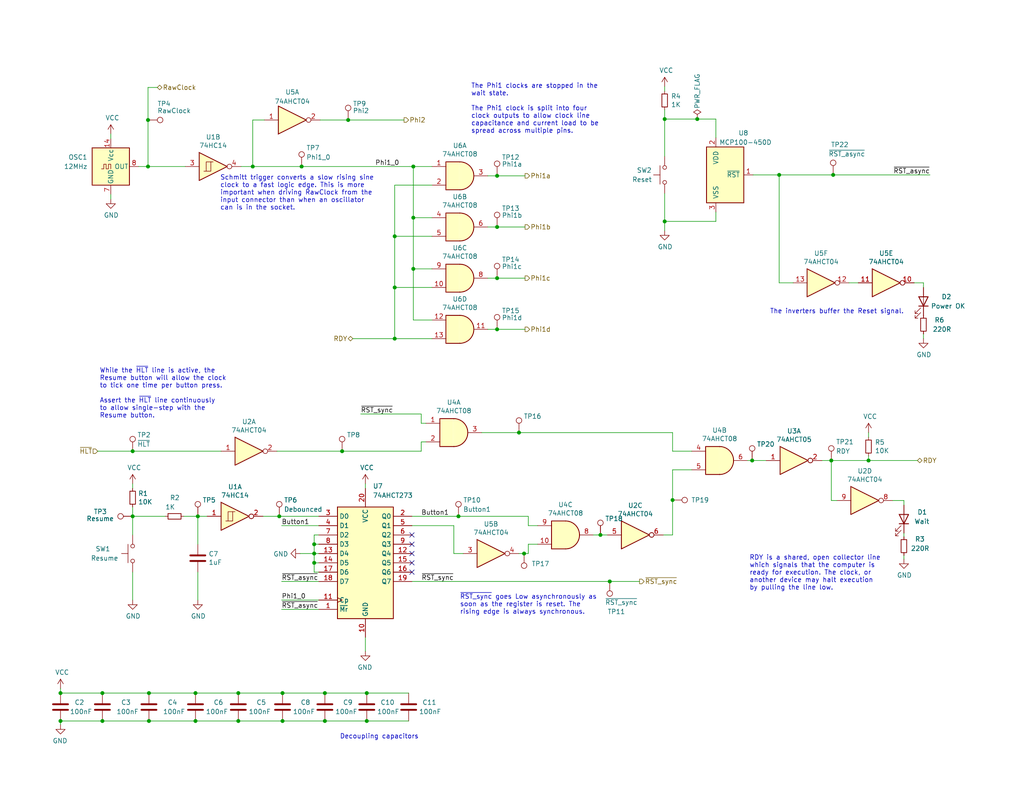
<source format=kicad_sch>
(kicad_sch (version 20211123) (generator eeschema)
  (paper "USLetter")
  (title_block (title "Turtle16: Clock") (date "2022-04-09") (rev "Rev A (d0190c1d)"))
  (junction (at 36.83 285.242))
  (junction (at 77.089 196.85))
  (junction (at 16.51 196.85))
  (junction (at 76.2 140.97))
  (junction (at 100.076 189.23))
  (junction (at 72.39 262.382))
  (junction (at 152.4 260.604))
  (junction (at 36.83 259.842))
  (junction (at 88.646 189.23))
  (junction (at 193.167 290.576))
  (junction (at 135.636 75.946))
  (junction (at 232.41 273.812))
  (junction (at 16.51 189.23))
  (junction (at 36.83 272.542))
  (junction (at 232.41 287.782))
  (junction (at 205.232 125.73))
  (junction (at 152.4 287.782))
  (junction (at 85.725 153.67))
  (junction (at 181.356 60.452))
  (junction (at 82.296 45.466))
  (junction (at 135.636 48.006))
  (junction (at 236.982 125.73))
  (junction (at 65.024 189.23))
  (junction (at 85.725 151.13))
  (junction (at 36.195 123.19))
  (junction (at 107.696 92.456))
  (junction (at 135.636 89.916))
  (junction (at 72.39 289.052))
  (junction (at 72.39 249.682))
  (junction (at 163.83 146.05))
  (junction (at 40.386 32.766))
  (junction (at 166.37 158.75))
  (junction (at 68.961 45.466))
  (junction (at 152.4 273.812))
  (junction (at 183.515 136.525))
  (junction (at 125.095 140.97))
  (junction (at 53.975 140.97))
  (junction (at 94.996 32.766))
  (junction (at 36.195 140.97))
  (junction (at 112.776 59.436))
  (junction (at 53.34 189.23))
  (junction (at 77.089 189.23))
  (junction (at 27.94 196.85))
  (junction (at 193.167 285.496))
  (junction (at 40.386 45.466))
  (junction (at 135.636 61.976))
  (junction (at 212.598 47.752))
  (junction (at 27.94 189.23))
  (junction (at 53.34 196.85))
  (junction (at 112.776 73.406))
  (junction (at 190.246 32.512))
  (junction (at 40.64 196.85))
  (junction (at 181.356 32.512))
  (junction (at 143.002 151.13))
  (junction (at 107.696 78.486))
  (junction (at 85.725 148.59))
  (junction (at 141.605 118.11))
  (junction (at 36.83 247.142))
  (junction (at 100.076 196.85))
  (junction (at 72.39 276.352))
  (junction (at 112.776 45.466))
  (junction (at 88.646 196.85))
  (junction (at 227.33 47.752))
  (junction (at 65.024 196.85))
  (junction (at 226.822 125.73))
  (junction (at 93.345 123.19))
  (junction (at 72.39 236.982))
  (junction (at 107.696 64.516))
  (junction (at 40.64 189.23))
  (no_connect (at 53.34 272.542))
  (no_connect (at 53.34 247.142))
  (no_connect (at 211.963 288.036))
  (no_connect (at 168.91 273.812))
  (no_connect (at 87.63 276.352))
  (no_connect (at 168.91 287.782))
  (no_connect (at 112.395 148.59))
  (no_connect (at 168.656 260.604))
  (no_connect (at 112.395 146.05))
  (no_connect (at 112.395 156.21))
  (no_connect (at 112.395 153.67))
  (no_connect (at 53.34 285.242))
  (no_connect (at 87.63 249.682))
  (no_connect (at 87.63 236.982))
  (no_connect (at 87.63 289.052))
  (no_connect (at 249.682 287.782))
  (no_connect (at 249.428 273.812))
  (no_connect (at 87.63 262.382))
  (no_connect (at 53.34 259.842))
  (no_connect (at 112.395 151.13))
  (wire (pts (xy 26.67 123.19) (xy 36.195 123.19)))
  (wire (pts (xy 152.4 318.262) (xy 152.4 322.072)))
  (wire (pts (xy 135.636 89.916) (xy 143.256 89.916)))
  (wire (pts (xy 232.41 273.812) (xy 234.188 273.812)))
  (wire (pts (xy 161.925 146.05) (xy 163.83 146.05)))
  (wire (pts (xy 86.995 153.67) (xy 85.725 153.67)))
  (wire (pts (xy 77.089 196.85) (xy 88.646 196.85)))
  (wire (pts (xy 68.961 32.766) (xy 68.961 45.466)))
  (wire (pts (xy 76.835 158.75) (xy 86.995 158.75)))
  (wire (pts (xy 224.282 125.73) (xy 226.822 125.73)))
  (wire (pts (xy 228.346 136.652) (xy 226.822 136.652)))
  (wire (pts (xy 65.024 196.85) (xy 77.089 196.85)))
  (wire (pts (xy 153.67 287.782) (xy 152.4 287.782)))
  (wire (pts (xy 86.995 143.51) (xy 76.835 143.51)))
  (wire (pts (xy 112.776 73.406) (xy 112.776 59.436)))
  (wire (pts (xy 107.696 78.486) (xy 107.696 92.456)))
  (wire (pts (xy 195.326 57.912) (xy 195.326 60.452)))
  (wire (pts (xy 88.646 196.85) (xy 100.076 196.85)))
  (wire (pts (xy 72.39 276.352) (xy 72.39 289.052)))
  (wire (pts (xy 152.4 260.604) (xy 152.4 273.812)))
  (wire (pts (xy 226.822 125.73) (xy 226.822 136.652)))
  (wire (pts (xy 227.33 47.752) (xy 253.746 47.752)))
  (wire (pts (xy 36.83 285.242) (xy 36.83 294.132)))
  (wire (pts (xy 86.995 146.05) (xy 85.725 146.05)))
  (wire (pts (xy 53.34 189.23) (xy 40.64 189.23)))
  (wire (pts (xy 40.386 45.466) (xy 50.546 45.466)))
  (wire (pts (xy 181.356 60.452) (xy 195.326 60.452)))
  (wire (pts (xy 135.636 61.976) (xy 143.256 61.976)))
  (wire (pts (xy 107.696 78.486) (xy 117.856 78.486)))
  (wire (pts (xy 193.167 290.576) (xy 193.167 294.132)))
  (wire (pts (xy 72.39 226.822) (xy 72.39 236.982)))
  (wire (pts (xy 107.696 92.456) (xy 117.856 92.456)))
  (wire (pts (xy 99.695 132.08) (xy 99.695 133.35)))
  (wire (pts (xy 112.776 59.436) (xy 112.776 45.466)))
  (wire (pts (xy 107.696 64.516) (xy 117.856 64.516)))
  (wire (pts (xy 183.515 118.11) (xy 183.515 123.19)))
  (wire (pts (xy 133.096 48.006) (xy 135.636 48.006)))
  (wire (pts (xy 251.968 77.216) (xy 251.968 78.486)))
  (wire (pts (xy 232.41 319.532) (xy 232.41 320.802)))
  (wire (pts (xy 98.425 113.03) (xy 114.935 113.03)))
  (wire (pts (xy 72.39 289.052) (xy 72.39 294.132)))
  (wire (pts (xy 251.968 91.186) (xy 251.968 92.456)))
  (wire (pts (xy 190.246 32.512) (xy 195.326 32.512)))
  (wire (pts (xy 123.825 143.51) (xy 123.825 151.13)))
  (wire (pts (xy 82.296 45.466) (xy 112.776 45.466)))
  (wire (pts (xy 68.961 45.466) (xy 65.786 45.466)))
  (wire (pts (xy 183.515 146.05) (xy 183.515 136.525)))
  (wire (pts (xy 63.5 310.642) (xy 63.5 311.912)))
  (wire (pts (xy 111.76 318.262) (xy 111.76 322.072)))
  (wire (pts (xy 88.646 189.23) (xy 77.089 189.23)))
  (wire (pts (xy 36.83 236.982) (xy 36.83 247.142)))
  (wire (pts (xy 85.725 148.59) (xy 85.725 151.13)))
  (wire (pts (xy 144.145 140.97) (xy 144.145 143.51)))
  (wire (pts (xy 85.725 153.67) (xy 85.725 156.21)))
  (wire (pts (xy 152.4 250.444) (xy 152.4 260.604)))
  (wire (pts (xy 153.67 273.812) (xy 152.4 273.812)))
  (wire (pts (xy 36.195 156.21) (xy 36.195 163.83)))
  (wire (pts (xy 144.145 148.59) (xy 146.685 148.59)))
  (wire (pts (xy 193.167 319.532) (xy 193.167 320.802)))
  (wire (pts (xy 72.136 32.766) (xy 68.961 32.766)))
  (wire (pts (xy 40.64 196.85) (xy 53.34 196.85)))
  (wire (pts (xy 234.188 77.216) (xy 231.648 77.216)))
  (wire (pts (xy 50.165 140.97) (xy 53.975 140.97)))
  (wire (pts (xy 53.975 140.97) (xy 56.515 140.97)))
  (wire (pts (xy 195.326 32.512) (xy 195.326 37.592)))
  (wire (pts (xy 76.835 166.37) (xy 86.995 166.37)))
  (wire (pts (xy 246.634 151.638) (xy 246.634 152.654)))
  (wire (pts (xy 205.232 125.73) (xy 209.042 125.73)))
  (wire (pts (xy 86.995 140.97) (xy 76.2 140.97)))
  (wire (pts (xy 38.1 259.842) (xy 36.83 259.842)))
  (wire (pts (xy 236.982 118.11) (xy 236.982 119.38)))
  (wire (pts (xy 183.515 128.27) (xy 188.722 128.27)))
  (wire (pts (xy 72.39 262.382) (xy 72.39 276.352)))
  (wire (pts (xy 112.395 143.51) (xy 123.825 143.51)))
  (wire (pts (xy 85.725 156.21) (xy 86.995 156.21)))
  (wire (pts (xy 232.41 287.782) (xy 232.41 294.132)))
  (wire (pts (xy 36.83 259.842) (xy 36.83 272.542)))
  (wire (pts (xy 193.167 290.576) (xy 196.723 290.576)))
  (wire (pts (xy 232.41 273.812) (xy 232.41 287.782)))
  (wire (pts (xy 86.995 163.83) (xy 76.835 163.83)))
  (wire (pts (xy 72.39 319.532) (xy 72.39 323.342)))
  (wire (pts (xy 193.167 277.368) (xy 193.167 285.496)))
  (wire (pts (xy 93.345 123.19) (xy 114.935 123.19)))
  (wire (pts (xy 117.856 73.406) (xy 112.776 73.406)))
  (wire (pts (xy 40.64 189.23) (xy 27.94 189.23)))
  (wire (pts (xy 141.605 151.13) (xy 143.002 151.13)))
  (wire (pts (xy 30.226 53.086) (xy 30.226 54.356)))
  (wire (pts (xy 36.83 247.142) (xy 36.83 259.842)))
  (wire (pts (xy 117.856 59.436) (xy 112.776 59.436)))
  (wire (pts (xy 86.995 151.13) (xy 85.725 151.13)))
  (wire (pts (xy 16.51 196.85) (xy 16.51 197.866)))
  (wire (pts (xy 144.145 151.13) (xy 144.145 148.59)))
  (wire (pts (xy 133.096 89.916) (xy 135.636 89.916)))
  (wire (pts (xy 181.356 52.832) (xy 181.356 60.452)))
  (wire (pts (xy 114.935 115.57) (xy 116.205 115.57)))
  (wire (pts (xy 144.145 143.51) (xy 146.685 143.51)))
  (wire (pts (xy 212.598 47.752) (xy 227.33 47.752)))
  (wire (pts (xy 133.096 61.976) (xy 135.636 61.976)))
  (wire (pts (xy 107.696 50.546) (xy 107.696 64.516)))
  (wire (pts (xy 107.696 64.516) (xy 107.696 78.486)))
  (wire (pts (xy 27.94 189.23) (xy 16.51 189.23)))
  (wire (pts (xy 96.266 92.456) (xy 107.696 92.456)))
  (wire (pts (xy 193.167 285.496) (xy 196.723 285.496)))
  (wire (pts (xy 203.962 125.73) (xy 205.232 125.73)))
  (wire (pts (xy 87.376 32.766) (xy 94.996 32.766)))
  (wire (pts (xy 114.935 113.03) (xy 114.935 115.57)))
  (wire (pts (xy 212.598 47.752) (xy 212.598 77.216)))
  (wire (pts (xy 183.515 123.19) (xy 188.722 123.19)))
  (wire (pts (xy 38.1 285.242) (xy 36.83 285.242)))
  (wire (pts (xy 112.395 140.97) (xy 125.095 140.97)))
  (wire (pts (xy 183.515 136.525) (xy 183.515 128.27)))
  (wire (pts (xy 36.195 138.43) (xy 36.195 140.97)))
  (wire (pts (xy 36.83 319.532) (xy 36.83 323.342)))
  (wire (pts (xy 163.83 146.05) (xy 165.735 146.05)))
  (wire (pts (xy 143.002 151.13) (xy 144.145 151.13)))
  (wire (pts (xy 16.51 189.23) (xy 16.51 187.96)))
  (wire (pts (xy 75.565 123.19) (xy 93.345 123.19)))
  (wire (pts (xy 133.096 75.946) (xy 135.636 75.946)))
  (wire (pts (xy 232.41 287.782) (xy 234.442 287.782)))
  (wire (pts (xy 112.395 158.75) (xy 166.37 158.75)))
  (wire (pts (xy 123.825 151.13) (xy 126.365 151.13)))
  (wire (pts (xy 38.1 247.142) (xy 36.83 247.142)))
  (wire (pts (xy 181.356 29.972) (xy 181.356 32.512)))
  (wire (pts (xy 152.4 273.812) (xy 152.4 287.782)))
  (wire (pts (xy 131.445 118.11) (xy 141.605 118.11)))
  (wire (pts (xy 100.076 189.23) (xy 111.506 189.23)))
  (wire (pts (xy 135.636 75.946) (xy 143.256 75.946)))
  (wire (pts (xy 181.356 32.512) (xy 190.246 32.512)))
  (wire (pts (xy 53.975 156.21) (xy 53.975 163.83)))
  (wire (pts (xy 37.846 45.466) (xy 40.386 45.466)))
  (wire (pts (xy 251.968 77.216) (xy 249.428 77.216)))
  (wire (pts (xy 205.486 47.752) (xy 212.598 47.752)))
  (wire (pts (xy 72.39 236.982) (xy 72.39 249.682)))
  (wire (pts (xy 85.725 151.13) (xy 81.915 151.13)))
  (wire (pts (xy 193.167 285.496) (xy 193.167 290.576)))
  (wire (pts (xy 40.386 32.766) (xy 40.386 45.466)))
  (wire (pts (xy 100.076 189.23) (xy 88.646 189.23)))
  (wire (pts (xy 226.822 125.73) (xy 236.982 125.73)))
  (wire (pts (xy 76.2 140.97) (xy 71.755 140.97)))
  (wire (pts (xy 135.636 48.006) (xy 143.256 48.006)))
  (wire (pts (xy 236.982 125.73) (xy 250.317 125.73)))
  (wire (pts (xy 85.725 146.05) (xy 85.725 148.59)))
  (wire (pts (xy 53.34 189.23) (xy 65.024 189.23)))
  (wire (pts (xy 40.386 23.876) (xy 40.386 32.766)))
  (wire (pts (xy 63.5 301.752) (xy 63.5 303.022)))
  (wire (pts (xy 152.4 260.604) (xy 153.416 260.604)))
  (wire (pts (xy 112.776 45.466) (xy 117.856 45.466)))
  (wire (pts (xy 100.076 196.85) (xy 111.506 196.85)))
  (wire (pts (xy 125.095 140.97) (xy 144.145 140.97)))
  (wire (pts (xy 99.695 173.99) (xy 99.695 177.8)))
  (wire (pts (xy 181.356 32.512) (xy 181.356 42.672)))
  (wire (pts (xy 112.776 73.406) (xy 112.776 87.376)))
  (wire (pts (xy 77.089 189.23) (xy 65.024 189.23)))
  (wire (pts (xy 53.975 148.59) (xy 53.975 140.97)))
  (wire (pts (xy 53.34 196.85) (xy 65.024 196.85)))
  (wire (pts (xy 117.856 50.546) (xy 107.696 50.546)))
  (wire (pts (xy 114.935 120.65) (xy 116.205 120.65)))
  (wire (pts (xy 246.634 145.542) (xy 246.634 146.558)))
  (wire (pts (xy 181.356 60.452) (xy 181.356 62.992)))
  (wire (pts (xy 112.776 87.376) (xy 117.856 87.376)))
  (wire (pts (xy 236.982 124.46) (xy 236.982 125.73)))
  (wire (pts (xy 86.995 148.59) (xy 85.725 148.59)))
  (wire (pts (xy 27.94 196.85) (xy 40.64 196.85)))
  (wire (pts (xy 181.356 23.622) (xy 181.356 24.892)))
  (wire (pts (xy 180.975 146.05) (xy 183.515 146.05)))
  (wire (pts (xy 111.76 290.322) (xy 111.76 292.862)))
  (wire (pts (xy 94.996 32.766) (xy 110.236 32.766)))
  (wire (pts (xy 38.1 272.542) (xy 36.83 272.542)))
  (wire (pts (xy 45.085 140.97) (xy 36.195 140.97)))
  (wire (pts (xy 152.4 287.782) (xy 152.4 292.862)))
  (wire (pts (xy 36.195 140.97) (xy 36.195 146.05)))
  (wire (pts (xy 16.51 196.85) (xy 27.94 196.85)))
  (wire (pts (xy 72.39 249.682) (xy 72.39 262.382)))
  (wire (pts (xy 42.926 23.876) (xy 40.386 23.876)))
  (wire (pts (xy 212.598 77.216) (xy 216.408 77.216)))
  (wire (pts (xy 68.961 45.466) (xy 82.296 45.466)))
  (wire (pts (xy 36.195 132.08) (xy 36.195 133.35)))
  (wire (pts (xy 85.725 151.13) (xy 85.725 153.67)))
  (wire (pts (xy 36.83 272.542) (xy 36.83 285.242)))
  (wire (pts (xy 246.634 136.652) (xy 246.634 137.922)))
  (wire (pts (xy 141.605 118.11) (xy 183.515 118.11)))
  (wire (pts (xy 36.195 123.19) (xy 60.325 123.19)))
  (wire (pts (xy 114.935 123.19) (xy 114.935 120.65)))
  (wire (pts (xy 243.586 136.652) (xy 246.634 136.652)))
  (wire (pts (xy 174.498 158.75) (xy 166.37 158.75)))
  (wire (pts (xy 30.226 36.576) (xy 30.226 37.846)))
  (wire (pts (xy 232.41 264.414) (xy 232.41 273.812)))
  (text "~{RST_sync} goes Low asynchronously as\nsoon as the register is reset. The\nrising edge is always synchronous." (at 125.476 167.894 0) (effects (font (size 1.27 1.27)) (justify left bottom)))
  (text "RDY is a shared, open collector line\nwhich signals that the computer is\nready for execution. The clock, or\nanother device may halt execution\nby pulling the line low." (at 204.47 161.29 0) (effects (font (size 1.27 1.27)) (justify left bottom)))
  (text "The Phi1 clocks are stopped in the\nwait state.\n\nThe Phi1 clock is split into four\nclock outputs to allow clock line\ncapacitance and current load to be\nspread across multiple pins." (at 128.524 36.576 0) (effects (font (size 1.27 1.27)) (justify left bottom)))
  (text "The inverters buffer the Reset signal." (at 210.058 85.852 0) (effects (font (size 1.27 1.27)) (justify left bottom)))
  (text "Schmitt trigger converts a slow rising sine\nclock to a fast logic edge. This is more\nimportant when driving RawClock from the\ninput connector than when an oscillator\ncan is in the socket." (at 60.071 57.531 0) (effects (font (size 1.27 1.27)) (justify left bottom)))
  (text "Unused devices" (at 99.695 254.127 0) (effects (font (size 1.27 1.27)) (justify left bottom)))
  (text "While the ~{HLT} line is active, the\nResume button will allow the clock\nto tick one time per button press.\n\nAssert the ~{HLT} line continuously\nto allow single-step with the\nResume button." (at 27.178 114.3 0) (effects (font (size 1.27 1.27)) (justify left bottom)))
  (text "Decoupling capacitors" (at 92.71 201.93 0) (effects (font (size 1.27 1.27)) (justify left bottom)))
  (label "~{RST_async}" (at 76.835 158.75 0))
  (label "~{RST_sync}" (at 98.425 113.03 0))
  (label "~{RST_async}" (at 253.746 47.752 180))
  (label "Button1" (at 76.835 143.51 0))
  (label "~{RST_sync}" (at 123.825 158.75 180))
  (label "~{RST_async}" (at 76.835 166.37 0))
  (label "Phi1_0" (at 108.966 45.466 180))
  (label "Button1" (at 114.935 140.97 0))
  (label "Phi1_0" (at 76.835 163.83 0))
  (hierarchical_label "Phi1d" (shape output) (at 143.256 89.916 0))
  (hierarchical_label "Phi1a" (shape output) (at 143.256 48.006 0))
  (hierarchical_label "Phi1b" (shape output) (at 143.256 61.976 0))
  (hierarchical_label "RDY" (shape tri_state) (at 250.317 125.73 0))
  (hierarchical_label "~{RST_sync}" (shape output) (at 174.498 158.75 0))
  (hierarchical_label "RawClock" (shape bidirectional) (at 42.926 23.876 0))
  (hierarchical_label "Phi1c" (shape output) (at 143.256 75.946 0))
  (hierarchical_label "~{HLT}" (shape input) (at 26.67 123.19 180))
  (hierarchical_label "RDY" (shape tri_state) (at 96.266 92.456 180))
  (hierarchical_label "Phi2" (shape output) (at 110.236 32.766 0))
  (symbol (lib_id "Device:C") (at 53.34 193.04 0) (mirror y) (unit 1)
    (property "Reference" "C6" (at 60.96 191.77 0) (effects (justify left)))
    (property "Value" "100nF" (at 62.23 194.31 0) (effects (justify left)))
    (property "Footprint" "Capacitor_SMD:C_0603_1608Metric_Pad1.08x0.95mm_HandSolder" (effects hide))
    (property "Mouser" "https://www.mouser.com/ProductDetail/963-EMK107B7104KAHT" (effects hide))
  )
  (symbol (lib_id "74xx:74LS08") (at 154.305 146.05 0) (unit 3)
    (property "Reference" "U4" (at 154.305 137.795 0))
    (property "Value" "74AHCT08" (at 154.305 140.1064 0))
    (property "Footprint" "Package_SO:TSSOP-14_4.4x5mm_P0.65mm" (effects hide))
    (property "Datasheet" "http://www.ti.com/lit/gpn/sn74LS08" (effects hide))
    (property "Mouser" "https://www.mouser.com/ProductDetail/595-SN74AHCT08PW" (effects hide))
  )
  (symbol (lib_id "power:GND") (at 251.968 92.456 0) (unit 1)
    (property "Reference" "#PWR037" (effects hide))
    (property "Value" "GND" (at 252.095 96.8502 0))
  )
  (symbol (lib_id "74xx:74LS08") (at 123.825 118.11 0) (unit 1)
    (property "Reference" "U4" (at 123.825 109.855 0))
    (property "Value" "74AHCT08" (at 123.825 112.1664 0))
    (property "Footprint" "Package_SO:TSSOP-14_4.4x5mm_P0.65mm" (effects hide))
    (property "Datasheet" "http://www.ti.com/lit/gpn/sn74LS08" (effects hide))
    (property "Mouser" "https://www.mouser.com/ProductDetail/595-SN74AHCT08PW" (effects hide))
  )
  (symbol (lib_id "Connector:TestPoint") (at 36.195 140.97 90) (unit 1)
    (property "Reference" "TP3" (at 29.21 139.7 90) (effects (justify left)))
    (property "Value" "Resume" (at 31.115 141.605 90) (effects (justify left)))
    (property "Footprint" "TestPoint:TestPoint_Pad_D1.0mm" (effects hide))
  )
  (symbol (lib_id "power:GND") (at 36.195 163.83 0) (unit 1)
    (property "Reference" "#PWR016" (effects hide))
    (property "Value" "GND" (at 36.322 168.2242 0))
  )
  (symbol (lib_id "Device:C") (at 27.94 193.04 0) (unit 1)
    (property "Reference" "C3" (at 33.02 191.77 0) (effects (justify left)))
    (property "Value" "100nF" (at 31.75 194.31 0) (effects (justify left)))
    (property "Footprint" "Capacitor_SMD:C_0603_1608Metric_Pad1.08x0.95mm_HandSolder" (effects hide))
    (property "Mouser" "https://www.mouser.com/ProductDetail/963-EMK107B7104KAHT" (effects hide))
  )
  (symbol (lib_id "Device:C") (at 65.024 193.04 0) (mirror y) (unit 1)
    (property "Reference" "C5" (at 72.644 191.77 0) (effects (justify left)))
    (property "Value" "100nF" (at 73.914 194.31 0) (effects (justify left)))
    (property "Footprint" "Capacitor_SMD:C_0603_1608Metric_Pad1.08x0.95mm_HandSolder" (effects hide))
    (property "Mouser" "https://www.mouser.com/ProductDetail/963-EMK107B7104KAHT" (effects hide))
  )
  (symbol (lib_id "power:VCC") (at 63.5 301.752 0) (unit 1)
    (property "Reference" "#PWR017" (effects hide))
    (property "Value" "VCC" (at 63.9318 297.3578 0))
  )
  (symbol (lib_id "74xx:74LS04") (at 67.945 123.19 0) (unit 1)
    (property "Reference" "U2" (at 67.945 115.1382 0))
    (property "Value" "74AHCT04" (at 67.945 117.4496 0))
    (property "Footprint" "Package_SO:TSSOP-14_4.4x5mm_P0.65mm" (effects hide))
    (property "Datasheet" "http://www.ti.com/lit/gpn/sn74LS04" (effects hide))
    (property "Mouser" "https://www.mouser.com/ProductDetail/771-AHCT04PW112" (effects hide))
  )
  (symbol (lib_id "Oscillator:ACO-xxxMHz") (at 30.226 45.466 0) (unit 1)
    (property "Reference" "OSC1" (at 23.876 42.926 0) (effects (justify right)))
    (property "Value" "12MHz" (at 23.876 45.466 0) (effects (justify right)))
    (property "Footprint" "Oscillator:Oscillator_DIP-14" (effects hide))
    (property "Datasheet" "http://www.conwin.com/datasheets/cx/cx030.pdf" (effects hide))
    (property "Mouser" "https://www.mouser.com/ProductDetail/ABRACON/ACO-12000MHZ-EK?qs=2xLVn2jvFuvTNNmW6JUIaw%3D%3D" (effects hide))
    (property "Mouser2" "https://www.mouser.com/ProductDetail/535-1107741" (effects hide))
  )
  (symbol (lib_id "74xx:74HC14") (at 58.166 45.466 0) (unit 2)
    (property "Reference" "U1" (at 58.166 37.4142 0))
    (property "Value" "74HC14" (at 58.166 39.7256 0))
    (property "Footprint" "Package_SO:TSSOP-14_4.4x5mm_P0.65mm" (effects hide))
    (property "Datasheet" "http://www.ti.com/lit/gpn/sn74HC14" (effects hide))
    (property "Mouser" "https://www.mouser.com/ProductDetail/Nexperia/74HC14PW118?qs=P62ublwmbi%2FKty8FZICmNg%3D%3D" (effects hide))
  )
  (symbol (lib_id "Connector:TestPoint") (at 36.195 123.19 0) (unit 1)
    (property "Reference" "TP2" (at 37.465 118.745 0) (effects (justify left)))
    (property "Value" "~{HLT}" (at 37.465 121.285 0) (effects (justify left)))
    (property "Footprint" "TestPoint:TestPoint_Pad_D1.0mm" (effects hide))
  )
  (symbol (lib_id "74xx:74LS08") (at 125.476 75.946 0) (unit 3)
    (property "Reference" "U6" (at 125.476 67.691 0))
    (property "Value" "74AHCT08" (at 125.476 70.0024 0))
    (property "Footprint" "Package_SO:TSSOP-14_4.4x5mm_P0.65mm" (effects hide))
    (property "Datasheet" "http://www.ti.com/lit/gpn/sn74LS08" (effects hide))
    (property "Mouser" "https://www.mouser.com/ProductDetail/595-SN74AHCT08PW" (effects hide))
  )
  (symbol (lib_id "Power_Supervisor:MCP100-450D") (at 197.866 47.752 0) (unit 1)
    (property "Reference" "U8" (at 204.216 36.322 0) (effects (justify right)))
    (property "Value" "MCP100-450D" (at 210.566 38.862 0) (effects (justify right)))
    (property "Footprint" "Package_TO_SOT_THT:TO-92" (effects hide))
    (property "Datasheet" "http://ww1.microchip.com/downloads/en/DeviceDoc/11187f.pdf" (effects hide))
    (property "Mouser" "https://www.mouser.com/ProductDetail/Microchip-Technology/MCP100-450DI-TO?qs=wJ05WdDZ4qSqHToh7J2ZpQ%3D%3D" (effects hide))
  )
  (symbol (lib_id "Connector:TestPoint") (at 141.605 118.11 0) (unit 1)
    (property "Reference" "TP16" (at 142.875 113.665 0) (effects (justify left)))
    (property "Value" "TP" (effects hide))
    (property "Footprint" "TestPoint:TestPoint_Pad_D1.0mm" (effects hide))
  )
  (symbol (lib_id "74xx:74LS08") (at 204.343 288.036 0) (unit 4)
    (property "Reference" "U4" (at 204.343 279.781 0))
    (property "Value" "74AHCT08" (at 204.343 282.0924 0))
    (property "Footprint" "Package_SO:TSSOP-14_4.4x5mm_P0.65mm" (effects hide))
    (property "Datasheet" "http://www.ti.com/lit/gpn/sn74LS08" (effects hide))
    (property "Mouser" "https://www.mouser.com/ProductDetail/595-SN74AHCT08PW" (effects hide))
  )
  (symbol (lib_id "Connector:TestPoint") (at 125.095 140.97 0) (unit 1)
    (property "Reference" "TP10" (at 126.365 136.525 0) (effects (justify left)))
    (property "Value" "Button1" (at 126.365 139.065 0) (effects (justify left)))
    (property "Footprint" "TestPoint:TestPoint_Pad_D1.0mm" (effects hide))
  )
  (symbol (lib_id "74xx:74LS04") (at 152.4 305.562 0) (unit 7)
    (property "Reference" "U2" (at 163.83 303.022 0))
    (property "Value" "74AHCT04" (at 163.83 305.562 0))
    (property "Footprint" "Package_SO:TSSOP-14_4.4x5mm_P0.65mm" (effects hide))
    (property "Datasheet" "http://www.ti.com/lit/gpn/sn74LS04" (effects hide))
    (property "Mouser" "https://www.mouser.com/ProductDetail/771-AHCT04PW112" (effects hide))
  )
  (symbol (lib_id "Device:R_Small") (at 251.968 88.646 0) (mirror y) (unit 1)
    (property "Reference" "R6" (at 257.683 87.376 0) (effects (justify left)))
    (property "Value" "220R" (at 259.588 89.916 0) (effects (justify left)))
    (property "Footprint" "Resistor_SMD:R_0603_1608Metric_Pad0.98x0.95mm_HandSolder" (effects hide))
    (property "Mouser" "https://www.mouser.com/ProductDetail/652-CR0603FX-2200ELF" (effects hide))
  )
  (symbol (lib_id "Connector:TestPoint") (at 227.33 47.752 0) (unit 1)
    (property "Reference" "TP22" (at 226.695 39.497 0) (effects (justify left)))
    (property "Value" "~{RST_async}" (at 226.06 42.037 0) (effects (justify left)))
    (property "Footprint" "TestPoint:TestPoint_Pad_D1.0mm" (effects hide))
  )
  (symbol (lib_id "74xx:74HC14") (at 36.83 306.832 0) (unit 7)
    (property "Reference" "U1" (at 42.672 305.6636 0) (effects (justify left)))
    (property "Value" "74HC14" (at 42.672 307.975 0) (effects (justify left)))
    (property "Footprint" "Package_SO:TSSOP-14_4.4x5mm_P0.65mm" (effects hide))
    (property "Datasheet" "http://www.ti.com/lit/gpn/sn74HC14" (effects hide))
    (property "Mouser" "https://www.mouser.com/ProductDetail/Nexperia/74HC14PW118?qs=P62ublwmbi%2FKty8FZICmNg%3D%3D" (effects hide))
  )
  (symbol (lib_id "74xx:74LS04") (at 235.966 136.652 0) (unit 4)
    (property "Reference" "U2" (at 235.966 128.6002 0))
    (property "Value" "74AHCT04" (at 235.966 130.9116 0))
    (property "Footprint" "Package_SO:TSSOP-14_4.4x5mm_P0.65mm" (effects hide))
    (property "Datasheet" "http://www.ti.com/lit/gpn/sn74LS04" (effects hide))
    (property "Mouser" "https://www.mouser.com/ProductDetail/771-AHCT04PW112" (effects hide))
  )
  (symbol (lib_id "74xx:74LS05") (at 80.01 236.982 0) (unit 2)
    (property "Reference" "U3" (at 80.01 228.9302 0))
    (property "Value" "74AHCT05" (at 80.01 231.2416 0))
    (property "Footprint" "Package_SO:TSSOP-14_4.4x5mm_P0.65mm" (effects hide))
    (property "Datasheet" "http://www.ti.com/lit/gpn/sn74LS05" (effects hide))
    (property "Mouser" "https://www.mouser.com/ProductDetail/ON-Semiconductor-Fairchild/MM74HCT05MTC?qs=7qg%2FUSZkK84HVNk73cLWQw%3D%3D" (effects hide))
  )
  (symbol (lib_id "Connector:TestPoint") (at 205.232 125.73 0) (unit 1)
    (property "Reference" "TP20" (at 206.502 121.285 0) (effects (justify left)))
    (property "Value" "TP" (effects hide))
    (property "Footprint" "TestPoint:TestPoint_Pad_D1.0mm" (effects hide))
  )
  (symbol (lib_id "Connector:TestPoint") (at 183.515 136.525 270) (unit 1)
    (property "Reference" "TP19" (at 188.595 136.525 90) (effects (justify left)))
    (property "Value" "TP" (effects hide))
    (property "Footprint" "TestPoint:TestPoint_Pad_D1.0mm" (effects hide))
  )
  (symbol (lib_id "power:GND") (at 63.5 311.912 0) (unit 1)
    (property "Reference" "#PWR018" (effects hide))
    (property "Value" "GND" (at 63.627 316.3062 0))
  )
  (symbol (lib_id "Connector:TestPoint") (at 166.37 158.75 0) (mirror x) (unit 1)
    (property "Reference" "TP11" (at 165.735 167.005 0) (effects (justify left)))
    (property "Value" "~{RST_sync}" (at 165.1 164.465 0) (effects (justify left)))
    (property "Footprint" "TestPoint:TestPoint_Pad_D1.0mm" (effects hide))
  )
  (symbol (lib_id "power:VCC") (at 111.76 290.322 0) (unit 1)
    (property "Reference" "#PWR024" (effects hide))
    (property "Value" "VCC" (at 112.1918 285.9278 0))
  )
  (symbol (lib_id "Connector:TestPoint") (at 53.975 140.97 0) (unit 1)
    (property "Reference" "TP5" (at 55.245 136.525 0) (effects (justify left)))
    (property "Value" "TP" (effects hide))
    (property "Footprint" "TestPoint:TestPoint_Pad_D1.0mm" (effects hide))
  )
  (symbol (lib_id "74xx:74LS08") (at 196.342 125.73 0) (unit 2)
    (property "Reference" "U4" (at 196.342 117.475 0))
    (property "Value" "74AHCT08" (at 196.342 119.7864 0))
    (property "Footprint" "Package_SO:TSSOP-14_4.4x5mm_P0.65mm" (effects hide))
    (property "Datasheet" "http://www.ti.com/lit/gpn/sn74LS08" (effects hide))
    (property "Mouser" "https://www.mouser.com/ProductDetail/595-SN74AHCT08PW" (effects hide))
  )
  (symbol (lib_id "power:GND") (at 36.83 323.342 0) (mirror y) (unit 1)
    (property "Reference" "#PWR012" (effects hide))
    (property "Value" "GND" (at 36.703 327.7362 0))
  )
  (symbol (lib_id "Device:C") (at 111.506 193.04 0) (mirror y) (unit 1)
    (property "Reference" "C11" (at 119.126 191.77 0) (effects (justify left)))
    (property "Value" "100nF" (at 120.396 194.31 0) (effects (justify left)))
    (property "Footprint" "Capacitor_SMD:C_0603_1608Metric_Pad1.08x0.95mm_HandSolder" (effects hide))
    (property "Mouser" "https://www.mouser.com/ProductDetail/963-EMK107B7104KAHT" (effects hide))
  )
  (symbol (lib_id "Device:R_Small") (at 236.982 121.92 0) (unit 1)
    (property "Reference" "R5" (at 238.7092 120.7516 0) (effects (justify left)))
    (property "Value" "10K" (at 238.7092 123.063 0) (effects (justify left)))
    (property "Footprint" "Resistor_SMD:R_0603_1608Metric_Pad0.98x0.95mm_HandSolder" (effects hide))
    (property "Mouser" "https://www.mouser.com/ProductDetail/652-CR0603FX-1001ELF" (effects hide))
  )
  (symbol (lib_id "power:VCC") (at 152.4 250.444 0) (unit 1)
    (property "Reference" "#PWR028" (effects hide))
    (property "Value" "VCC" (at 152.8318 246.0498 0))
  )
  (symbol (lib_id "Device:C") (at 88.646 193.04 0) (mirror y) (unit 1)
    (property "Reference" "C9" (at 96.266 191.77 0) (effects (justify left)))
    (property "Value" "100nF" (at 97.536 194.31 0) (effects (justify left)))
    (property "Footprint" "Capacitor_SMD:C_0603_1608Metric_Pad1.08x0.95mm_HandSolder" (effects hide))
    (property "Mouser" "https://www.mouser.com/ProductDetail/963-EMK107B7104KAHT" (effects hide))
  )
  (symbol (lib_id "power:GND") (at 152.4 322.072 0) (mirror y) (unit 1)
    (property "Reference" "#PWR029" (effects hide))
    (property "Value" "GND" (at 152.273 326.4662 0))
  )
  (symbol (lib_id "Connector:TestPoint") (at 93.345 123.19 0) (unit 1)
    (property "Reference" "TP8" (at 94.615 118.745 0) (effects (justify left)))
    (property "Value" "HLT" (effects hide))
    (property "Footprint" "TestPoint:TestPoint_Pad_D1.0mm" (effects hide))
  )
  (symbol (lib_id "74xx:74LS08") (at 193.167 306.832 0) (unit 5)
    (property "Reference" "U4" (at 199.517 305.562 0) (effects (justify left)))
    (property "Value" "74AHCT08" (at 199.517 308.102 0) (effects (justify left)))
    (property "Footprint" "Package_SO:TSSOP-14_4.4x5mm_P0.65mm" (effects hide))
    (property "Datasheet" "http://www.ti.com/lit/gpn/sn74LS08" (effects hide))
    (property "Mouser" "https://www.mouser.com/ProductDetail/595-SN74AHCT08PW" (effects hide))
  )
  (symbol (lib_id "power:VCC") (at 99.695 132.08 0) (unit 1)
    (property "Reference" "#PWR026" (effects hide))
    (property "Value" "VCC" (at 100.1268 127.6858 0))
  )
  (symbol (lib_id "74xx:74LS04") (at 232.41 306.832 0) (unit 7)
    (property "Reference" "U5" (at 241.3 305.562 0))
    (property "Value" "74AHCT04" (at 243.84 308.102 0))
    (property "Footprint" "Package_SO:TSSOP-14_4.4x5mm_P0.65mm" (effects hide))
    (property "Datasheet" "http://www.ti.com/lit/gpn/sn74LS04" (effects hide))
    (property "Mouser" "https://www.mouser.com/ProductDetail/771-AHCT04PW112" (effects hide))
  )
  (symbol (lib_id "Device:C") (at 100.076 193.04 0) (mirror y) (unit 1)
    (property "Reference" "C10" (at 107.696 191.77 0) (effects (justify left)))
    (property "Value" "100nF" (at 108.966 194.31 0) (effects (justify left)))
    (property "Footprint" "Capacitor_SMD:C_0603_1608Metric_Pad1.08x0.95mm_HandSolder" (effects hide))
    (property "Mouser" "https://www.mouser.com/ProductDetail/963-EMK107B7104KAHT" (effects hide))
  )
  (symbol (lib_id "74xx:74LS05") (at 216.662 125.73 0) (unit 1)
    (property "Reference" "U3" (at 216.662 117.6782 0))
    (property "Value" "74AHCT05" (at 216.662 119.9896 0))
    (property "Footprint" "Package_SO:TSSOP-14_4.4x5mm_P0.65mm" (effects hide))
    (property "Datasheet" "http://www.ti.com/lit/gpn/sn74LS05" (effects hide))
    (property "Mouser" "https://www.mouser.com/ProductDetail/ON-Semiconductor-Fairchild/MM74HCT05MTC?qs=7qg%2FUSZkK84HVNk73cLWQw%3D%3D" (effects hide))
  )
  (symbol (lib_id "Device:R_Small") (at 47.625 140.97 270) (unit 1)
    (property "Reference" "R2" (at 46.355 135.89 90) (effects (justify left)))
    (property "Value" "1K" (at 45.085 138.43 90) (effects (justify left)))
    (property "Footprint" "Resistor_SMD:R_0603_1608Metric_Pad0.98x0.95mm_HandSolder" (effects hide))
    (property "Mouser" "https://www.mouser.com/ProductDetail/652-CR0603FX-1001ELF" (effects hide))
  )
  (symbol (lib_id "Connector:TestPoint") (at 135.636 61.976 0) (unit 1)
    (property "Reference" "TP13" (at 136.906 56.896 0) (effects (justify left)))
    (property "Value" "Phi1b" (at 136.906 58.801 0) (effects (justify left)))
    (property "Footprint" "TestPoint:TestPoint_Pad_D1.0mm" (effects hide))
  )
  (symbol (lib_id "power:GND") (at 53.975 163.83 0) (unit 1)
    (property "Reference" "#PWR019" (effects hide))
    (property "Value" "GND" (at 54.102 168.2242 0))
  )
  (symbol (lib_id "Connector:TestPoint") (at 135.636 48.006 0) (unit 1)
    (property "Reference" "TP12" (at 136.906 42.926 0) (effects (justify left)))
    (property "Value" "Phi1a" (at 136.906 44.831 0) (effects (justify left)))
    (property "Footprint" "TestPoint:TestPoint_Pad_D1.0mm" (effects hide))
  )
  (symbol (lib_id "74xx:74LS08") (at 125.476 61.976 0) (unit 2)
    (property "Reference" "U6" (at 125.476 53.721 0))
    (property "Value" "74AHCT08" (at 125.476 56.0324 0))
    (property "Footprint" "Package_SO:TSSOP-14_4.4x5mm_P0.65mm" (effects hide))
    (property "Datasheet" "http://www.ti.com/lit/gpn/sn74LS08" (effects hide))
    (property "Mouser" "https://www.mouser.com/ProductDetail/595-SN74AHCT08PW" (effects hide))
  )
  (symbol (lib_id "74xx:74HC14") (at 64.135 140.97 0) (unit 1)
    (property "Reference" "U1" (at 64.135 132.9182 0))
    (property "Value" "74HC14" (at 64.135 135.2296 0))
    (property "Footprint" "Package_SO:TSSOP-14_4.4x5mm_P0.65mm" (effects hide))
    (property "Datasheet" "http://www.ti.com/lit/gpn/sn74HC14" (effects hide))
    (property "Mouser" "https://www.mouser.com/ProductDetail/Nexperia/74HC14PW118?qs=P62ublwmbi%2FKty8FZICmNg%3D%3D" (effects hide))
  )
  (symbol (lib_id "Connector:TestPoint") (at 76.2 140.97 0) (unit 1)
    (property "Reference" "TP6" (at 77.47 136.525 0) (effects (justify left)))
    (property "Value" "Debounced" (at 77.47 139.065 0) (effects (justify left)))
    (property "Footprint" "TestPoint:TestPoint_Pad_D1.0mm" (effects hide))
  )
  (symbol (lib_id "74xx:74LS04") (at 173.355 146.05 0) (unit 3)
    (property "Reference" "U2" (at 173.355 137.9982 0))
    (property "Value" "74AHCT04" (at 173.355 140.3096 0))
    (property "Footprint" "Package_SO:TSSOP-14_4.4x5mm_P0.65mm" (effects hide))
    (property "Datasheet" "http://www.ti.com/lit/gpn/sn74LS04" (effects hide))
    (property "Mouser" "https://www.mouser.com/ProductDetail/771-AHCT04PW112" (effects hide))
  )
  (symbol (lib_id "power:GND") (at 181.356 62.992 0) (unit 1)
    (property "Reference" "#PWR031" (effects hide))
    (property "Value" "GND" (at 181.483 67.3862 0))
  )
  (symbol (lib_id "Device:C") (at 40.64 193.04 0) (unit 1)
    (property "Reference" "C4" (at 45.72 191.77 0) (effects (justify left)))
    (property "Value" "100nF" (at 44.45 194.31 0) (effects (justify left)))
    (property "Footprint" "Capacitor_SMD:C_0603_1608Metric_Pad1.08x0.95mm_HandSolder" (effects hide))
    (property "Mouser" "https://www.mouser.com/ProductDetail/963-EMK107B7104KAHT" (effects hide))
  )
  (symbol (lib_id "Device:R_Small") (at 246.634 149.098 0) (mirror y) (unit 1)
    (property "Reference" "R3" (at 252.349 147.193 0) (effects (justify left)))
    (property "Value" "220R" (at 253.619 149.733 0) (effects (justify left)))
    (property "Footprint" "Resistor_SMD:R_0603_1608Metric_Pad0.98x0.95mm_HandSolder" (effects hide))
    (property "Mouser" "https://www.mouser.com/ProductDetail/652-CR0603FX-2200ELF" (effects hide))
  )
  (symbol (lib_id "Device:R_Small") (at 36.195 135.89 0) (unit 1)
    (property "Reference" "R1" (at 37.6936 134.7216 0) (effects (justify left)))
    (property "Value" "10K" (at 37.6936 137.033 0) (effects (justify left)))
    (property "Footprint" "Resistor_SMD:R_0603_1608Metric_Pad0.98x0.95mm_HandSolder" (effects hide))
    (property "Mouser" "https://www.mouser.com/ProductDetail/652-CR0603FX-1002ELF" (effects hide))
  )
  (symbol (lib_id "power:VCC") (at 181.356 23.622 0) (unit 1)
    (property "Reference" "#PWR030" (effects hide))
    (property "Value" "VCC" (at 181.7878 19.2278 0))
  )
  (symbol (lib_id "74xx:74LS05") (at 72.39 306.832 0) (unit 7)
    (property "Reference" "U3" (at 78.232 305.6636 0) (effects (justify left)))
    (property "Value" "74AHCT05" (at 78.232 307.975 0) (effects (justify left)))
    (property "Footprint" "Package_SO:TSSOP-14_4.4x5mm_P0.65mm" (effects hide))
    (property "Datasheet" "http://www.ti.com/lit/gpn/sn74LS05" (effects hide))
    (property "Mouser" "https://www.mouser.com/ProductDetail/ON-Semiconductor-Fairchild/MM74HCT05MTC?qs=7qg%2FUSZkK84HVNk73cLWQw%3D%3D" (effects hide))
  )
  (symbol (lib_id "power:GND") (at 232.41 320.802 0) (mirror y) (unit 1)
    (property "Reference" "#PWR035" (effects hide))
    (property "Value" "GND" (at 232.283 325.1962 0))
  )
  (symbol (lib_id "74xx:74LS04") (at 133.985 151.13 0) (unit 2)
    (property "Reference" "U5" (at 133.985 143.0782 0))
    (property "Value" "74AHCT04" (at 133.985 145.3896 0))
    (property "Footprint" "Package_SO:TSSOP-14_4.4x5mm_P0.65mm" (effects hide))
    (property "Datasheet" "http://www.ti.com/lit/gpn/sn74LS04" (effects hide))
    (property "Mouser" "https://www.mouser.com/ProductDetail/771-AHCT04PW112" (effects hide))
  )
  (symbol (lib_id "74xx:74LS04") (at 79.756 32.766 0) (mirror x) (unit 1)
    (property "Reference" "U5" (at 79.756 25.146 0))
    (property "Value" "74AHCT04" (at 79.756 27.686 0))
    (property "Footprint" "Package_SO:TSSOP-14_4.4x5mm_P0.65mm" (effects hide))
    (property "Datasheet" "http://www.ti.com/lit/gpn/sn74LS04" (effects hide))
    (property "Mouser" "https://www.mouser.com/ProductDetail/771-AHCT04PW112" (effects hide))
  )
  (symbol (lib_id "Switch:SW_Push") (at 181.356 47.752 90) (unit 1)
    (property "Reference" "SW2" (at 173.736 46.482 90) (effects (justify right)))
    (property "Value" "Reset" (at 172.466 49.022 90) (effects (justify right)))
    (property "Footprint" "Button_Switch_THT:SW_PUSH_6mm_H5mm" (effects hide))
  )
  (symbol (lib_id "74xx:74LS05") (at 80.01 276.352 0) (unit 5)
    (property "Reference" "U3" (at 80.01 268.3002 0))
    (property "Value" "74AHCT05" (at 80.01 270.6116 0))
    (property "Footprint" "Package_SO:TSSOP-14_4.4x5mm_P0.65mm" (effects hide))
    (property "Datasheet" "http://www.ti.com/lit/gpn/sn74LS05" (effects hide))
    (property "Mouser" "https://www.mouser.com/ProductDetail/ON-Semiconductor-Fairchild/MM74HCT05MTC?qs=7qg%2FUSZkK84HVNk73cLWQw%3D%3D" (effects hide))
  )
  (symbol (lib_id "74xx:74LS08") (at 125.476 89.916 0) (unit 4)
    (property "Reference" "U6" (at 125.476 81.661 0))
    (property "Value" "74AHCT08" (at 125.476 83.9724 0))
    (property "Footprint" "Package_SO:TSSOP-14_4.4x5mm_P0.65mm" (effects hide))
    (property "Datasheet" "http://www.ti.com/lit/gpn/sn74LS08" (effects hide))
    (property "Mouser" "https://www.mouser.com/ProductDetail/595-SN74AHCT08PW" (effects hide))
  )
  (symbol (lib_id "74xx:74LS04") (at 161.29 287.782 0) (unit 6)
    (property "Reference" "U2" (at 161.29 279.7302 0))
    (property "Value" "74AHCT04" (at 161.29 282.0416 0))
    (property "Footprint" "Package_SO:TSSOP-14_4.4x5mm_P0.65mm" (effects hide))
    (property "Datasheet" "http://www.ti.com/lit/gpn/sn74LS04" (effects hide))
    (property "Mouser" "https://www.mouser.com/ProductDetail/771-AHCT04PW112" (effects hide))
  )
  (symbol (lib_id "74xx:74HC14") (at 45.72 247.142 0) (unit 3)
    (property "Reference" "U1" (at 45.72 239.0902 0))
    (property "Value" "74HC14" (at 45.72 241.4016 0))
    (property "Footprint" "Package_SO:TSSOP-14_4.4x5mm_P0.65mm" (effects hide))
    (property "Datasheet" "http://www.ti.com/lit/gpn/sn74HC14" (effects hide))
    (property "Mouser" "https://www.mouser.com/ProductDetail/Nexperia/74HC14PW118?qs=P62ublwmbi%2FKty8FZICmNg%3D%3D" (effects hide))
  )
  (symbol (lib_id "power:VCC") (at 193.167 277.368 0) (unit 1)
    (property "Reference" "#PWR032" (effects hide))
    (property "Value" "VCC" (at 193.5988 272.9738 0))
  )
  (symbol (lib_id "power:GND") (at 72.39 323.342 0) (mirror y) (unit 1)
    (property "Reference" "#PWR021" (effects hide))
    (property "Value" "GND" (at 72.263 327.7362 0))
  )
  (symbol (lib_id "power:VCC") (at 36.83 236.982 0) (unit 1)
    (property "Reference" "#PWR011" (effects hide))
    (property "Value" "VCC" (at 37.2618 232.5878 0))
  )
  (symbol (lib_id "power:PWR_FLAG") (at 190.246 32.512 0) (unit 1)
    (property "Reference" "#FLG03" (effects hide))
    (property "Value" "PWR_FLAG" (at 190.246 24.892 90))
  )
  (symbol (lib_id "74xx:74LS04") (at 242.062 287.782 0) (unit 4)
    (property "Reference" "U5" (at 242.062 279.7302 0))
    (property "Value" "74AHCT04" (at 242.062 282.0416 0))
    (property "Footprint" "Package_SO:TSSOP-14_4.4x5mm_P0.65mm" (effects hide))
    (property "Datasheet" "http://www.ti.com/lit/gpn/sn74LS04" (effects hide))
    (property "Mouser" "https://www.mouser.com/ProductDetail/771-AHCT04PW112" (effects hide))
  )
  (symbol (lib_id "power:VCC") (at 236.982 118.11 0) (unit 1)
    (property "Reference" "#PWR036" (effects hide))
    (property "Value" "VCC" (at 237.4138 113.7158 0))
  )
  (symbol (lib_id "Device:LED") (at 246.634 141.732 270) (mirror x) (unit 1)
    (property "Reference" "D1" (at 252.984 139.827 90) (effects (justify right)))
    (property "Value" "Wait" (at 253.619 142.367 90) (effects (justify right)))
    (property "Footprint" "LED_THT:LED_D5.0mm" (effects hide))
  )
  (symbol (lib_id "74xx:74LS05") (at 80.01 249.682 0) (unit 3)
    (property "Reference" "U3" (at 80.01 241.6302 0))
    (property "Value" "74AHCT05" (at 80.01 243.9416 0))
    (property "Footprint" "Package_SO:TSSOP-14_4.4x5mm_P0.65mm" (effects hide))
    (property "Datasheet" "http://www.ti.com/lit/gpn/sn74LS05" (effects hide))
    (property "Mouser" "https://www.mouser.com/ProductDetail/ON-Semiconductor-Fairchild/MM74HCT05MTC?qs=7qg%2FUSZkK84HVNk73cLWQw%3D%3D" (effects hide))
  )
  (symbol (lib_id "Switch:SW_Push") (at 36.195 151.13 90) (unit 1)
    (property "Reference" "SW1" (at 26.035 149.86 90) (effects (justify right)))
    (property "Value" "Resume" (at 24.765 152.4 90) (effects (justify right)))
    (property "Footprint" "Button_Switch_THT:SW_PUSH_6mm_H5mm" (effects hide))
  )
  (symbol (lib_id "74xx:74LS08") (at 111.76 305.562 0) (unit 5)
    (property "Reference" "U6" (at 117.602 304.3936 0) (effects (justify left)))
    (property "Value" "74AHCT08" (at 117.602 306.705 0) (effects (justify left)))
    (property "Footprint" "Package_SO:TSSOP-14_4.4x5mm_P0.65mm" (effects hide))
    (property "Datasheet" "http://www.ti.com/lit/gpn/sn74LS08" (effects hide))
    (property "Mouser" "https://www.mouser.com/ProductDetail/595-SN74AHCT08PW" (effects hide))
  )
  (symbol (lib_id "Device:C") (at 53.975 152.4 0) (unit 1)
    (property "Reference" "C7" (at 56.896 151.2316 0) (effects (justify left)))
    (property "Value" "1uF" (at 56.896 153.543 0) (effects (justify left)))
    (property "Footprint" "Capacitor_SMD:C_0603_1608Metric_Pad1.08x0.95mm_HandSolder" (effects hide))
    (property "Mouser" "https://www.mouser.com/ProductDetail/Samsung-Electro-Mechanics/CL10A105KA8NFNC?qs=%252B6g0mu59x7ItvV%2F7DV9Lig%3D%3D" (effects hide))
  )
  (symbol (lib_id "74xx:74HC14") (at 45.72 259.842 0) (unit 4)
    (property "Reference" "U1" (at 45.72 251.7902 0))
    (property "Value" "74HC14" (at 45.72 254.1016 0))
    (property "Footprint" "Package_SO:TSSOP-14_4.4x5mm_P0.65mm" (effects hide))
    (property "Datasheet" "http://www.ti.com/lit/gpn/sn74HC14" (effects hide))
    (property "Mouser" "https://www.mouser.com/ProductDetail/Nexperia/74HC14PW118?qs=P62ublwmbi%2FKty8FZICmNg%3D%3D" (effects hide))
  )
  (symbol (lib_id "Connector:TestPoint") (at 135.636 89.916 0) (unit 1)
    (property "Reference" "TP15" (at 136.906 84.836 0) (effects (justify left)))
    (property "Value" "Phi1d" (at 136.906 86.741 0) (effects (justify left)))
    (property "Footprint" "TestPoint:TestPoint_Pad_D1.0mm" (effects hide))
  )
  (symbol (lib_id "74xx:74LS04") (at 161.036 260.604 0) (unit 2)
    (property "Reference" "U2" (at 161.036 252.5522 0))
    (property "Value" "74AHCT04" (at 161.036 254.8636 0))
    (property "Footprint" "Package_SO:TSSOP-14_4.4x5mm_P0.65mm" (effects hide))
    (property "Datasheet" "http://www.ti.com/lit/gpn/sn74LS04" (effects hide))
    (property "Mouser" "https://www.mouser.com/ProductDetail/771-AHCT04PW112" (effects hide))
  )
  (symbol (lib_id "Connector:TestPoint") (at 82.296 45.466 0) (unit 1)
    (property "Reference" "TP7" (at 83.566 40.386 0) (effects (justify left)))
    (property "Value" "Phi1_0" (at 83.566 42.926 0) (effects (justify left)))
    (property "Footprint" "TestPoint:TestPoint_Pad_D1.0mm" (effects hide))
  )
  (symbol (lib_id "power:GND") (at 111.76 322.072 0) (mirror y) (unit 1)
    (property "Reference" "#PWR025" (effects hide))
    (property "Value" "GND" (at 111.633 326.4662 0))
  )
  (symbol (lib_id "Device:C") (at 16.51 193.04 0) (unit 1)
    (property "Reference" "C2" (at 20.32 191.77 0) (effects (justify left)))
    (property "Value" "100nF" (at 19.05 194.31 0) (effects (justify left)))
    (property "Footprint" "Capacitor_SMD:C_0603_1608Metric_Pad1.08x0.95mm_HandSolder" (effects hide))
    (property "Mouser" "https://www.mouser.com/ProductDetail/963-EMK107B7104KAHT" (effects hide))
  )
  (symbol (lib_id "74xx:74LS04") (at 241.808 273.812 0) (unit 3)
    (property "Reference" "U5" (at 241.808 265.7602 0))
    (property "Value" "74AHCT04" (at 241.808 268.0716 0))
    (property "Footprint" "Package_SO:TSSOP-14_4.4x5mm_P0.65mm" (effects hide))
    (property "Datasheet" "http://www.ti.com/lit/gpn/sn74LS04" (effects hide))
    (property "Mouser" "https://www.mouser.com/ProductDetail/771-AHCT04PW112" (effects hide))
  )
  (symbol (lib_id "74xx:74LS05") (at 80.01 289.052 0) (unit 6)
    (property "Reference" "U3" (at 80.01 281.0002 0))
    (property "Value" "74AHCT05" (at 80.01 283.3116 0))
    (property "Footprint" "Package_SO:TSSOP-14_4.4x5mm_P0.65mm" (effects hide))
    (property "Datasheet" "http://www.ti.com/lit/gpn/sn74LS05" (effects hide))
    (property "Mouser" "https://www.mouser.com/ProductDetail/ON-Semiconductor-Fairchild/MM74HCT05MTC?qs=7qg%2FUSZkK84HVNk73cLWQw%3D%3D" (effects hide))
  )
  (symbol (lib_id "74xx:74HC14") (at 45.72 285.242 0) (unit 6)
    (property "Reference" "U1" (at 45.72 277.1902 0))
    (property "Value" "74HC14" (at 45.72 279.5016 0))
    (property "Footprint" "Package_SO:TSSOP-14_4.4x5mm_P0.65mm" (effects hide))
    (property "Datasheet" "http://www.ti.com/lit/gpn/sn74HC14" (effects hide))
    (property "Mouser" "https://www.mouser.com/ProductDetail/Nexperia/74HC14PW118?qs=P62ublwmbi%2FKty8FZICmNg%3D%3D" (effects hide))
  )
  (symbol (lib_id "power:GND") (at 99.695 177.8 0) (mirror y) (unit 1)
    (property "Reference" "#PWR027" (effects hide))
    (property "Value" "GND" (at 99.568 182.1942 0))
  )
  (symbol (lib_id "74xx:74LS04") (at 161.29 273.812 0) (unit 5)
    (property "Reference" "U2" (at 161.29 265.7602 0))
    (property "Value" "74AHCT04" (at 161.29 268.0716 0))
    (property "Footprint" "Package_SO:TSSOP-14_4.4x5mm_P0.65mm" (effects hide))
    (property "Datasheet" "http://www.ti.com/lit/gpn/sn74LS04" (effects hide))
    (property "Mouser" "https://www.mouser.com/ProductDetail/771-AHCT04PW112" (effects hide))
  )
  (symbol (lib_id "Device:C") (at 77.089 193.04 0) (mirror y) (unit 1)
    (property "Reference" "C8" (at 84.709 191.77 0) (effects (justify left)))
    (property "Value" "100nF" (at 85.979 194.31 0) (effects (justify left)))
    (property "Footprint" "Capacitor_SMD:C_0603_1608Metric_Pad1.08x0.95mm_HandSolder" (effects hide))
    (property "Mouser" "https://www.mouser.com/ProductDetail/963-EMK107B7104KAHT" (effects hide))
  )
  (symbol (lib_id "power:VCC") (at 72.39 226.822 0) (unit 1)
    (property "Reference" "#PWR020" (effects hide))
    (property "Value" "VCC" (at 72.8218 222.4278 0))
  )
  (symbol (lib_id "power:GND") (at 30.226 54.356 0) (unit 1)
    (property "Reference" "#PWR014" (effects hide))
    (property "Value" "GND" (at 30.353 58.7502 0))
  )
  (symbol (lib_id "power:VCC") (at 36.195 132.08 0) (unit 1)
    (property "Reference" "#PWR015" (effects hide))
    (property "Value" "VCC" (at 36.6268 127.6858 0))
  )
  (symbol (lib_id "power:GND") (at 81.915 151.13 270) (unit 1)
    (property "Reference" "#PWR023" (effects hide))
    (property "Value" "GND" (at 78.6638 151.257 90) (effects (justify right)))
  )
  (symbol (lib_id "74xx:74LS04") (at 241.808 77.216 0) (unit 5)
    (property "Reference" "U5" (at 241.808 69.1642 0))
    (property "Value" "74AHCT04" (at 241.808 71.4756 0))
    (property "Footprint" "Package_SO:TSSOP-14_4.4x5mm_P0.65mm" (effects hide))
    (property "Datasheet" "http://www.ti.com/lit/gpn/sn74LS04" (effects hide))
    (property "Mouser" "https://www.mouser.com/ProductDetail/771-AHCT04PW112" (effects hide))
  )
  (symbol (lib_id "Connector:TestPoint") (at 226.822 125.73 0) (unit 1)
    (property "Reference" "TP21" (at 228.092 120.65 0) (effects (justify left)))
    (property "Value" "RDY" (at 228.092 123.19 0) (effects (justify left)))
    (property "Footprint" "TestPoint:TestPoint_Pad_D1.0mm" (effects hide))
  )
  (symbol (lib_id "Device:R_Small") (at 181.356 27.432 0) (unit 1)
    (property "Reference" "R4" (at 183.0832 26.2636 0) (effects (justify left)))
    (property "Value" "1K" (at 183.0832 28.575 0) (effects (justify left)))
    (property "Footprint" "Resistor_SMD:R_0603_1608Metric_Pad0.98x0.95mm_HandSolder" (effects hide))
    (property "Mouser" "https://www.mouser.com/ProductDetail/652-CR0603FX-1001ELF" (effects hide))
  )
  (symbol (lib_id "Connector:TestPoint") (at 40.386 32.766 270) (mirror x) (unit 1)
    (property "Reference" "TP4" (at 42.926 28.321 90) (effects (justify left)))
    (property "Value" "RawClock" (at 42.926 30.226 90) (effects (justify left)))
    (property "Footprint" "TestPoint:TestPoint_Pad_D1.0mm" (effects hide))
  )
  (symbol (lib_id "74xx:74HC14") (at 45.72 272.542 0) (unit 5)
    (property "Reference" "U1" (at 45.72 264.4902 0))
    (property "Value" "74HC14" (at 45.72 266.8016 0))
    (property "Footprint" "Package_SO:TSSOP-14_4.4x5mm_P0.65mm" (effects hide))
    (property "Datasheet" "http://www.ti.com/lit/gpn/sn74HC14" (effects hide))
    (property "Mouser" "https://www.mouser.com/ProductDetail/Nexperia/74HC14PW118?qs=P62ublwmbi%2FKty8FZICmNg%3D%3D" (effects hide))
  )
  (symbol (lib_id "74xx:74HC273") (at 99.695 153.67 0) (unit 1)
    (property "Reference" "U7" (at 101.7144 132.715 0) (effects (justify left)))
    (property "Value" "74AHCT273" (at 101.7144 135.255 0) (effects (justify left)))
    (property "Footprint" "Package_SO:TSSOP-20_4.4x6.5mm_P0.65mm" (effects hide))
    (property "Datasheet" "https://www.mouser.com/datasheet/2/916/74AHC_AHCT273-1597419.pdf" (effects hide))
    (property "Mouser" "https://www.mouser.com/ProductDetail/Nexperia/74AHCT273PW118?qs=P62ublwmbi8gP6vEF3PWfA%3D%3D" (effects hide))
  )
  (symbol (lib_id "Connector:TestPoint") (at 94.996 32.766 0) (unit 1)
    (property "Reference" "TP9" (at 96.266 28.321 0) (effects (justify left)))
    (property "Value" "Phi2" (at 96.266 30.226 0) (effects (justify left)))
    (property "Footprint" "TestPoint:TestPoint_Pad_D1.0mm" (effects hide))
  )
  (symbol (lib_id "power:VCC") (at 232.41 264.414 0) (unit 1)
    (property "Reference" "#PWR034" (effects hide))
    (property "Value" "VCC" (at 232.8418 260.0198 0))
  )
  (symbol (lib_id "Connector:TestPoint") (at 135.636 75.946 0) (unit 1)
    (property "Reference" "TP14" (at 136.906 70.866 0) (effects (justify left)))
    (property "Value" "Phi1c" (at 136.906 72.771 0) (effects (justify left)))
    (property "Footprint" "TestPoint:TestPoint_Pad_D1.0mm" (effects hide))
  )
  (symbol (lib_id "Connector:TestPoint") (at 163.83 146.05 0) (unit 1)
    (property "Reference" "TP18" (at 165.1 141.605 0) (effects (justify left)))
    (property "Value" "TP" (effects hide))
    (property "Footprint" "TestPoint:TestPoint_Pad_D1.0mm" (effects hide))
  )
  (symbol (lib_id "power:GND") (at 16.51 197.866 0) (mirror y) (unit 1)
    (property "Reference" "#PWR0101" (effects hide))
    (property "Value" "GND" (at 16.383 202.2602 0))
  )
  (symbol (lib_id "74xx:74LS08") (at 125.476 48.006 0) (unit 1)
    (property "Reference" "U6" (at 125.476 39.751 0))
    (property "Value" "74AHCT08" (at 125.476 42.0624 0))
    (property "Footprint" "Package_SO:TSSOP-14_4.4x5mm_P0.65mm" (effects hide))
    (property "Datasheet" "http://www.ti.com/lit/gpn/sn74LS08" (effects hide))
    (property "Mouser" "https://www.mouser.com/ProductDetail/595-SN74AHCT08PW" (effects hide))
  )
  (symbol (lib_id "power:VCC") (at 16.51 187.96 0) (unit 1)
    (property "Reference" "#PWR09" (effects hide))
    (property "Value" "VCC" (at 16.9418 183.5658 0))
  )
  (symbol (lib_id "Device:LED") (at 251.968 82.296 270) (mirror x) (unit 1)
    (property "Reference" "D2" (at 259.588 81.026 90) (effects (justify right)))
    (property "Value" "Power OK" (at 263.398 83.566 90) (effects (justify right)))
    (property "Footprint" "LED_THT:LED_D5.0mm" (effects hide))
  )
  (symbol (lib_id "74xx:74LS05") (at 80.01 262.382 0) (unit 4)
    (property "Reference" "U3" (at 80.01 254.3302 0))
    (property "Value" "74AHCT05" (at 80.01 256.6416 0))
    (property "Footprint" "Package_SO:TSSOP-14_4.4x5mm_P0.65mm" (effects hide))
    (property "Datasheet" "http://www.ti.com/lit/gpn/sn74LS05" (effects hide))
    (property "Mouser" "https://www.mouser.com/ProductDetail/ON-Semiconductor-Fairchild/MM74HCT05MTC?qs=7qg%2FUSZkK84HVNk73cLWQw%3D%3D" (effects hide))
  )
  (symbol (lib_id "power:GND") (at 246.634 152.654 0) (unit 1)
    (property "Reference" "#PWR022" (effects hide))
    (property "Value" "GND" (at 246.761 157.0482 0))
  )
  (symbol (lib_id "Connector:TestPoint") (at 143.002 151.13 0) (mirror x) (unit 1)
    (property "Reference" "TP17" (at 145.034 153.924 0) (effects (justify left)))
    (property "Value" "TP" (effects hide))
    (property "Footprint" "TestPoint:TestPoint_Pad_D1.0mm" (effects hide))
  )
  (symbol (lib_id "power:VCC") (at 30.226 36.576 0) (unit 1)
    (property "Reference" "#PWR013" (effects hide))
    (property "Value" "VCC" (at 30.6578 32.1818 0))
  )
  (symbol (lib_id "power:GND") (at 193.167 320.802 0) (mirror y) (unit 1)
    (property "Reference" "#PWR033" (effects hide))
    (property "Value" "GND" (at 193.04 325.1962 0))
  )
  (symbol (lib_id "74xx:74LS04") (at 224.028 77.216 0) (unit 6)
    (property "Reference" "U5" (at 224.028 69.1642 0))
    (property "Value" "74AHCT04" (at 224.028 71.4756 0))
    (property "Footprint" "Package_SO:TSSOP-14_4.4x5mm_P0.65mm" (effects hide))
    (property "Datasheet" "http://www.ti.com/lit/gpn/sn74LS04" (effects hide))
    (property "Mouser" "https://www.mouser.com/ProductDetail/771-AHCT04PW112" (effects hide))
  )
)
</source>
